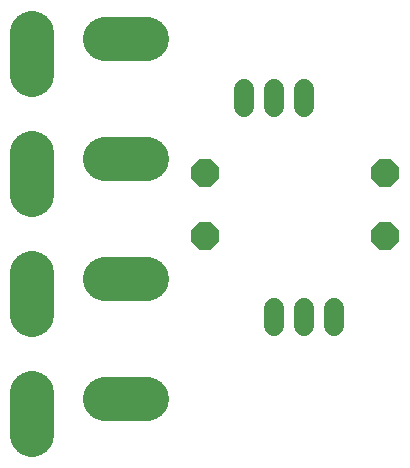
<source format=gbr>
G04 EAGLE Gerber RS-274X export*
G75*
%MOMM*%
%FSLAX34Y34*%
%LPD*%
%INSoldermask Top*%
%IPPOS*%
%AMOC8*
5,1,8,0,0,1.08239X$1,22.5*%
G01*
%ADD10C,3.733800*%
%ADD11C,1.727200*%
%ADD12P,2.584314X8X22.500000*%


D10*
X313020Y222951D02*
X313020Y258257D01*
X374867Y253620D02*
X410173Y253620D01*
X313020Y324551D02*
X313020Y359857D01*
X374867Y355220D02*
X410173Y355220D01*
X313020Y426151D02*
X313020Y461457D01*
X374867Y456820D02*
X410173Y456820D01*
X313020Y527751D02*
X313020Y563057D01*
X374867Y558420D02*
X410173Y558420D01*
D11*
X568960Y330200D02*
X568960Y314960D01*
X543560Y314960D02*
X543560Y330200D01*
X518160Y330200D02*
X518160Y314960D01*
X492760Y500380D02*
X492760Y515620D01*
X518160Y515620D02*
X518160Y500380D01*
X543560Y500380D02*
X543560Y515620D01*
D12*
X459740Y391160D03*
X612140Y391160D03*
X459740Y444500D03*
X612140Y444500D03*
M02*

</source>
